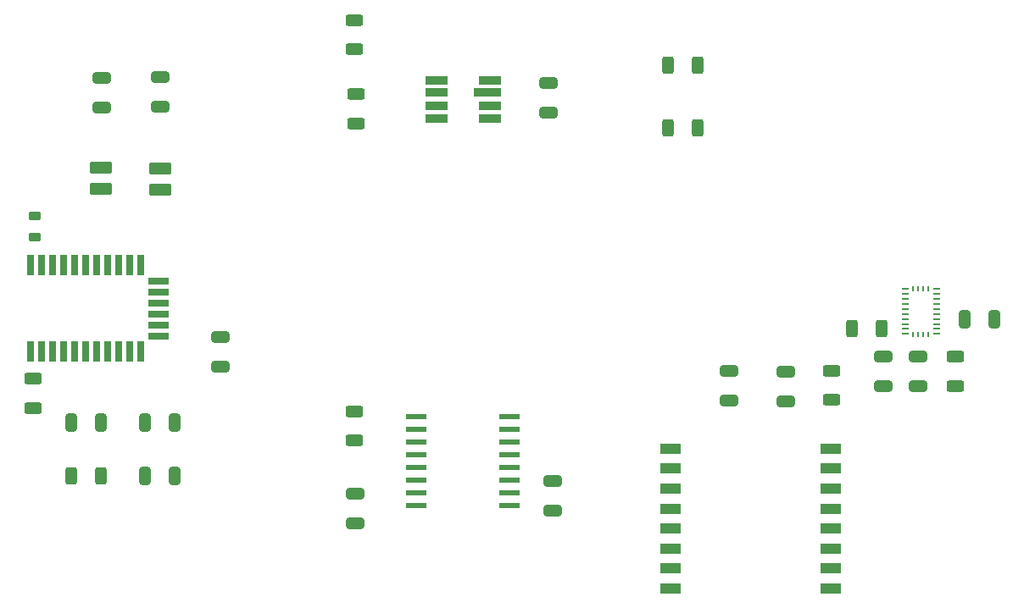
<source format=gtp>
G04 #@! TF.GenerationSoftware,KiCad,Pcbnew,(6.0.7-1)-1*
G04 #@! TF.CreationDate,2023-01-21T15:22:46-06:00*
G04 #@! TF.ProjectId,Neutro_v1,4e657574-726f-45f7-9631-2e6b69636164,v1*
G04 #@! TF.SameCoordinates,Original*
G04 #@! TF.FileFunction,Paste,Top*
G04 #@! TF.FilePolarity,Positive*
%FSLAX46Y46*%
G04 Gerber Fmt 4.6, Leading zero omitted, Abs format (unit mm)*
G04 Created by KiCad (PCBNEW (6.0.7-1)-1) date 2023-01-21 15:22:46*
%MOMM*%
%LPD*%
G01*
G04 APERTURE LIST*
G04 Aperture macros list*
%AMRoundRect*
0 Rectangle with rounded corners*
0 $1 Rounding radius*
0 $2 $3 $4 $5 $6 $7 $8 $9 X,Y pos of 4 corners*
0 Add a 4 corners polygon primitive as box body*
4,1,4,$2,$3,$4,$5,$6,$7,$8,$9,$2,$3,0*
0 Add four circle primitives for the rounded corners*
1,1,$1+$1,$2,$3*
1,1,$1+$1,$4,$5*
1,1,$1+$1,$6,$7*
1,1,$1+$1,$8,$9*
0 Add four rect primitives between the rounded corners*
20,1,$1+$1,$2,$3,$4,$5,0*
20,1,$1+$1,$4,$5,$6,$7,0*
20,1,$1+$1,$6,$7,$8,$9,0*
20,1,$1+$1,$8,$9,$2,$3,0*%
G04 Aperture macros list end*
%ADD10RoundRect,0.250000X0.625000X-0.312500X0.625000X0.312500X-0.625000X0.312500X-0.625000X-0.312500X0*%
%ADD11RoundRect,0.250000X0.325000X0.650000X-0.325000X0.650000X-0.325000X-0.650000X0.325000X-0.650000X0*%
%ADD12RoundRect,0.250000X-0.625000X0.312500X-0.625000X-0.312500X0.625000X-0.312500X0.625000X0.312500X0*%
%ADD13RoundRect,0.250000X0.650000X-0.325000X0.650000X0.325000X-0.650000X0.325000X-0.650000X-0.325000X0*%
%ADD14RoundRect,0.250000X-0.312500X-0.625000X0.312500X-0.625000X0.312500X0.625000X-0.312500X0.625000X0*%
%ADD15RoundRect,0.250000X0.850000X-0.375000X0.850000X0.375000X-0.850000X0.375000X-0.850000X-0.375000X0*%
%ADD16RoundRect,0.218750X-0.381250X0.218750X-0.381250X-0.218750X0.381250X-0.218750X0.381250X0.218750X0*%
%ADD17RoundRect,0.250000X-0.650000X0.325000X-0.650000X-0.325000X0.650000X-0.325000X0.650000X0.325000X0*%
%ADD18R,0.700000X2.000000*%
%ADD19R,2.000000X0.700000*%
%ADD20RoundRect,0.041300X-0.983700X-0.253700X0.983700X-0.253700X0.983700X0.253700X-0.983700X0.253700X0*%
%ADD21R,2.000000X1.000000*%
%ADD22R,2.250000X0.900000*%
%ADD23R,2.800000X0.900000*%
%ADD24R,0.675000X0.250000*%
%ADD25R,0.250000X0.575000*%
G04 APERTURE END LIST*
D10*
X103124000Y-111262500D03*
X103124000Y-108337500D03*
D11*
X117252998Y-112727500D03*
X114302998Y-112727500D03*
D12*
X135200000Y-111566500D03*
X135200000Y-114491500D03*
D13*
X135255000Y-122744000D03*
X135255000Y-119794000D03*
D11*
X117252998Y-118061500D03*
X114302998Y-118061500D03*
D13*
X188000000Y-109075000D03*
X188000000Y-106125000D03*
X154559000Y-81739000D03*
X154559000Y-78789000D03*
D14*
X184912000Y-103300000D03*
X187837000Y-103300000D03*
D11*
X199087000Y-102362000D03*
X196137000Y-102362000D03*
D15*
X115777998Y-89418500D03*
X115777998Y-87268500D03*
D10*
X195200000Y-109062500D03*
X195200000Y-106137500D03*
D13*
X109935998Y-81182500D03*
X109935998Y-78232500D03*
D16*
X103251000Y-92037500D03*
X103251000Y-94162500D03*
D12*
X135337500Y-79875000D03*
X135337500Y-82800000D03*
D11*
X109886998Y-112727500D03*
X106936998Y-112727500D03*
D14*
X166537500Y-83250000D03*
X169462500Y-83250000D03*
D13*
X121793000Y-107139000D03*
X121793000Y-104189000D03*
D15*
X109900000Y-89375000D03*
X109900000Y-87225000D03*
D12*
X135200000Y-72475000D03*
X135200000Y-75400000D03*
D17*
X155000000Y-118525000D03*
X155000000Y-121475000D03*
X178308000Y-107618000D03*
X178308000Y-110568000D03*
D14*
X106949498Y-118061500D03*
X109874498Y-118061500D03*
D12*
X182880000Y-107503500D03*
X182880000Y-110428500D03*
D18*
X102874000Y-105617500D03*
X103974000Y-105617500D03*
X105074000Y-105617500D03*
X106174000Y-105617500D03*
X107274000Y-105617500D03*
X108374000Y-105617500D03*
X109474000Y-105617500D03*
X110574000Y-105617500D03*
X111674000Y-105617500D03*
X112774000Y-105617500D03*
X113874000Y-105617500D03*
D19*
X115674000Y-104067500D03*
X115674000Y-102967500D03*
X115674000Y-101867500D03*
X115674000Y-100767500D03*
X115674000Y-99667500D03*
X115674000Y-98567500D03*
D18*
X113874000Y-96977500D03*
X112774000Y-96977500D03*
X111674000Y-96977500D03*
X110574000Y-96977500D03*
X109474000Y-96977500D03*
X108374000Y-96977500D03*
X107274000Y-96977500D03*
X106174000Y-96977500D03*
X105074000Y-96977500D03*
X103974000Y-96977500D03*
X102874000Y-96977500D03*
D20*
X141403000Y-112125000D03*
X141403000Y-113395000D03*
X141403000Y-114665000D03*
X141403000Y-115935000D03*
X141403000Y-117205000D03*
X141403000Y-118475000D03*
X141403000Y-119745000D03*
X141403000Y-121015000D03*
X150713000Y-121015000D03*
X150713000Y-119745000D03*
X150713000Y-118475000D03*
X150713000Y-117205000D03*
X150713000Y-115935000D03*
X150713000Y-114665000D03*
X150713000Y-113395000D03*
X150713000Y-112125000D03*
D14*
X166537500Y-77000000D03*
X169462500Y-77000000D03*
D13*
X191516000Y-109075000D03*
X191516000Y-106125000D03*
X115777998Y-81133500D03*
X115777998Y-78183500D03*
D21*
X166752000Y-115301000D03*
X166752000Y-117301000D03*
X166752000Y-119301000D03*
X166752000Y-121301000D03*
X166752000Y-123301000D03*
X166752000Y-125301000D03*
X166752000Y-127301000D03*
X166752000Y-129301000D03*
X182752000Y-129301000D03*
X182752000Y-127301000D03*
X182752000Y-125301000D03*
X182752000Y-123301000D03*
X182752000Y-121301000D03*
X182752000Y-119301000D03*
X182752000Y-117301000D03*
X182752000Y-115301000D03*
D22*
X148733000Y-82276000D03*
X148733000Y-81026000D03*
D23*
X148458000Y-79726000D03*
D22*
X148733000Y-78476000D03*
X143430500Y-78476000D03*
X143383000Y-79726000D03*
X143383000Y-81026000D03*
X143383000Y-82276000D03*
D24*
X190207500Y-103850000D03*
D25*
X191020000Y-103912500D03*
X191520000Y-103912500D03*
X192020000Y-103912500D03*
X192520000Y-103912500D03*
D24*
X193332500Y-103850000D03*
X193332500Y-103350000D03*
X193332500Y-102850000D03*
X193332500Y-102350000D03*
X193332500Y-101850000D03*
X193332500Y-101350000D03*
X193332500Y-100850000D03*
X193332500Y-100350000D03*
X193332500Y-99850000D03*
X193332500Y-99350000D03*
D25*
X192520000Y-99287500D03*
X192020000Y-99287500D03*
X191520000Y-99287500D03*
X191020000Y-99287500D03*
D24*
X190207500Y-99350000D03*
X190207500Y-99850000D03*
X190207500Y-100350000D03*
X190207500Y-100850000D03*
X190207500Y-101350000D03*
X190207500Y-101850000D03*
X190207500Y-102350000D03*
X190207500Y-102850000D03*
X190207500Y-103350000D03*
D17*
X172593000Y-107540000D03*
X172593000Y-110490000D03*
M02*

</source>
